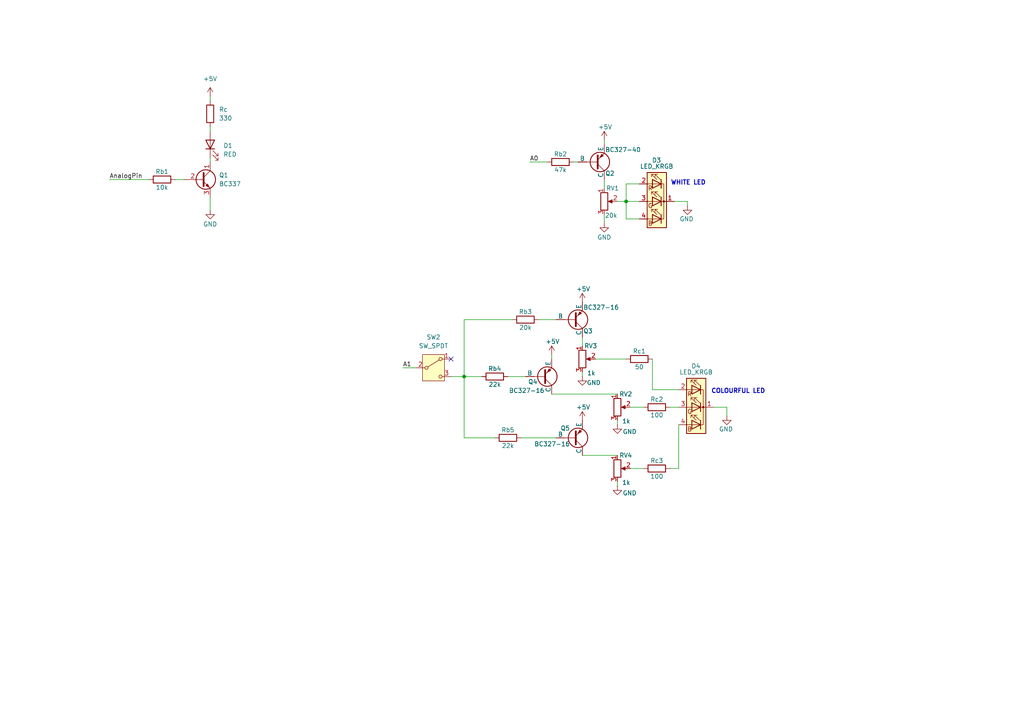
<source format=kicad_sch>
(kicad_sch (version 20231120) (generator "eeschema") (generator_version "8.0")
  (paper "A4")
  (lib_symbols
    (symbol "Device:LED" (pin_numbers hide) (pin_names (offset 1.016) hide)
      (property "Reference" "D" (at 0 2.54 0))
      (property "Value" "LED" (at 0 -2.54 0))
      (symbol "LED_0_1"
        (polyline (pts (xy -1.27 -1.27) (xy -1.27 1.27)) (stroke (width 0.254)))
        (polyline (pts (xy -1.27 0) (xy 1.27 0)))
        (polyline (pts (xy 1.27 -1.27) (xy 1.27 1.27) (xy -1.27 0) (xy 1.27 -1.27)) (stroke (width 0.254)))
        (polyline (pts (xy -3.048 -0.762) (xy -4.572 -2.286) (xy -3.81 -2.286) (xy -4.572 -2.286) (xy -4.572 -1.524)))
        (polyline (pts (xy -1.778 -0.762) (xy -3.302 -2.286) (xy -2.54 -2.286) (xy -3.302 -2.286) (xy -3.302 -1.524)))
      )
      (symbol "LED_1_1"
        (pin passive line (at -3.81 0 0) (length 2.54) (name "K") (number "1"))
        (pin passive line (at 3.81 0 180) (length 2.54) (name "A") (number "2"))
      )
    )
    (symbol "Device:LED_KRGB" (pin_names (offset 0) hide)
      (property "Reference" "D" (at 0 9.398 0))
      (property "Value" "LED_KRGB" (at 0 -8.89 0))
      (symbol "LED_KRGB_0_0"
        (text "B" (at 1.905 -6.35 0) (effects (font (size 1.27 1.27))))
        (text "G" (at 1.905 -1.27 0) (effects (font (size 1.27 1.27))))
        (text "R" (at 1.905 3.81 0) (effects (font (size 1.27 1.27))))
      )
      (symbol "LED_KRGB_0_1"
        (circle (center -2.032 0) (radius 0.254) (fill (type outline)))
        (polyline (pts (xy -1.27 -5.08) (xy 1.27 -5.08)))
        (polyline (pts (xy -1.27 -3.81) (xy -1.27 -6.35)) (stroke (width 0.254)))
        (polyline (pts (xy -1.27 0) (xy -2.54 0)))
        (polyline (pts (xy -1.27 1.27) (xy -1.27 -1.27)) (stroke (width 0.254)))
        (polyline (pts (xy -1.27 5.08) (xy 1.27 5.08)))
        (polyline (pts (xy -1.27 6.35) (xy -1.27 3.81)) (stroke (width 0.254)))
        (polyline (pts (xy 1.27 -5.08) (xy 2.54 -5.08)))
        (polyline (pts (xy 1.27 0) (xy -1.27 0)))
        (polyline (pts (xy 1.27 0) (xy 2.54 0)))
        (polyline (pts (xy 1.27 5.08) (xy 2.54 5.08)))
        (polyline (pts (xy -1.27 1.27) (xy -1.27 -1.27) (xy -1.27 -1.27)))
        (polyline (pts (xy -1.27 6.35) (xy -1.27 3.81) (xy -1.27 3.81)))
        (polyline (pts (xy -1.27 5.08) (xy -2.032 5.08) (xy -2.032 -5.08) (xy -1.016 -5.08)))
        (polyline (pts (xy 1.27 -3.81) (xy 1.27 -6.35) (xy -1.27 -5.08) (xy 1.27 -3.81)) (stroke (width 0.254)))
        (polyline (pts (xy 1.27 1.27) (xy 1.27 -1.27) (xy -1.27 0) (xy 1.27 1.27)) (stroke (width 0.254)))
        (polyline (pts (xy 1.27 6.35) (xy 1.27 3.81) (xy -1.27 5.08) (xy 1.27 6.35)) (stroke (width 0.254)))
        (polyline (pts (xy -1.016 -3.81) (xy 0.508 -2.286) (xy -0.254 -2.286) (xy 0.508 -2.286) (xy 0.508 -3.048)))
        (polyline (pts (xy -1.016 1.27) (xy 0.508 2.794) (xy -0.254 2.794) (xy 0.508 2.794) (xy 0.508 2.032)))
        (polyline (pts (xy -1.016 6.35) (xy 0.508 7.874) (xy -0.254 7.874) (xy 0.508 7.874) (xy 0.508 7.112)))
        (polyline (pts (xy 0 -3.81) (xy 1.524 -2.286) (xy 0.762 -2.286) (xy 1.524 -2.286) (xy 1.524 -3.048)))
        (polyline (pts (xy 0 1.27) (xy 1.524 2.794) (xy 0.762 2.794) (xy 1.524 2.794) (xy 1.524 2.032)))
        (polyline (pts (xy 0 6.35) (xy 1.524 7.874) (xy 0.762 7.874) (xy 1.524 7.874) (xy 1.524 7.112)))
        (rectangle (start 1.27 -1.27) (end 1.27 1.27))
        (rectangle (start 1.27 1.27) (end 1.27 1.27))
        (rectangle (start 1.27 3.81) (end 1.27 6.35))
        (rectangle (start 1.27 6.35) (end 1.27 6.35))
        (rectangle (start 2.794 8.382) (end -2.794 -7.62) (stroke (width 0.254)) (fill (type background)))
      )
      (symbol "LED_KRGB_1_1"
        (pin passive line (at -5.08 0 0) (length 2.54) (name "K") (number "1"))
        (pin passive line (at 5.08 5.08 180) (length 2.54) (name "RA") (number "2"))
        (pin passive line (at 5.08 0 180) (length 2.54) (name "GA") (number "3"))
        (pin passive line (at 5.08 -5.08 180) (length 2.54) (name "BA") (number "4"))
      )
    )
    (symbol "Device:R" (pin_numbers hide) (pin_names (offset 0))
      (property "Reference" "R" (at 2.032 0 90))
      (property "Value" "R" (at 0 0 90))
      (symbol "R_0_1"
        (rectangle (start -1.016 -2.54) (end 1.016 2.54) (stroke (width 0.254)))
      )
      (symbol "R_1_1"
        (pin passive line (at 0 3.81 270) (length 1.27) (name "~") (number "1"))
        (pin passive line (at 0 -3.81 90) (length 1.27) (name "~") (number "2"))
      )
    )
    (symbol "Device:R_Potentiometer" (pin_names (offset 1.016) hide)
      (property "Reference" "RV" (at -4.445 0 90))
      (property "Value" "R_Potentiometer" (at -2.54 0 90))
      (symbol "R_Potentiometer_0_1"
        (polyline (pts (xy 2.54 0) (xy 1.524 0)))
        (polyline (pts (xy 1.143 0) (xy 2.286 0.508) (xy 2.286 -0.508) (xy 1.143 0)) (fill (type outline)))
        (rectangle (start 1.016 2.54) (end -1.016 -2.54) (stroke (width 0.254)))
      )
      (symbol "R_Potentiometer_1_1"
        (pin passive line (at 0 3.81 270) (length 1.27) (name "1") (number "1"))
        (pin passive line (at 3.81 0 180) (length 1.27) (name "2") (number "2"))
        (pin passive line (at 0 -3.81 90) (length 1.27) (name "3") (number "3"))
      )
    )
    (symbol "Simulation_SPICE:PNP" (pin_numbers hide) (pin_names (offset 0))
      (property "Reference" "Q" (at -2.54 7.62 0))
      (property "Value" "PNP" (at -2.54 5.08 0))
      (symbol "PNP_0_1"
        (polyline (pts (xy -2.54 0) (xy 0.635 0)) (stroke (width 0.1524)))
        (polyline (pts (xy 0.635 0.635) (xy 2.54 2.54)))
        (polyline (pts (xy 0.635 -0.635) (xy 2.54 -2.54) (xy 2.54 -2.54)))
        (polyline (pts (xy 0.635 1.905) (xy 0.635 -1.905) (xy 0.635 -1.905)) (stroke (width 0.508)))
        (polyline (pts (xy 2.286 -1.778) (xy 1.778 -2.286) (xy 1.27 -1.27) (xy 2.286 -1.778) (xy 2.286 -1.778)) (fill (type outline)))
        (circle (center 1.27 0) (radius 2.8194) (stroke (width 0.254)))
      )
      (symbol "PNP_1_1"
        (pin open_collector line (at 2.54 5.08 270) (length 2.54) (name "C") (number "1"))
        (pin input line (at -5.08 0 0) (length 2.54) (name "B") (number "2"))
        (pin open_emitter line (at 2.54 -5.08 90) (length 2.54) (name "E") (number "3"))
      )
    )
    (symbol "Switch:SW_SPDT" (pin_names (offset 0) hide)
      (property "Reference" "SW" (at 0 5.08 0))
      (property "Value" "SW_SPDT" (at 0 -5.08 0))
      (symbol "SW_SPDT_0_1"
        (circle (center -2.032 0) (radius 0.4572))
        (polyline (pts (xy -1.651 0.254) (xy 1.651 2.286)))
        (circle (center 2.032 -2.54) (radius 0.4572))
        (circle (center 2.032 2.54) (radius 0.4572))
      )
      (symbol "SW_SPDT_1_1"
        (rectangle (start -3.175 3.81) (end 3.175 -3.81) (fill (type background)))
        (pin passive line (at 5.08 2.54 180) (length 2.54) (name "A") (number "1"))
        (pin passive line (at -5.08 0 0) (length 2.54) (name "B") (number "2"))
        (pin passive line (at 5.08 -2.54 180) (length 2.54) (name "C") (number "3"))
      )
    )
    (symbol "Transistor_BJT:BC337" (pin_names (offset 0) hide)
      (property "Reference" "Q" (at 5.08 1.905 0))
      (property "Value" "BC337" (at 5.08 0 0))
      (symbol "BC337_0_1"
        (polyline (pts (xy 0 0) (xy 0.635 0)))
        (polyline (pts (xy 0.635 0.635) (xy 2.54 2.54)))
        (polyline (pts (xy 0.635 -0.635) (xy 2.54 -2.54) (xy 2.54 -2.54)))
        (polyline (pts (xy 0.635 1.905) (xy 0.635 -1.905) (xy 0.635 -1.905)) (stroke (width 0.508)))
        (polyline (pts (xy 1.27 -1.778) (xy 1.778 -1.27) (xy 2.286 -2.286) (xy 1.27 -1.778) (xy 1.27 -1.778)) (fill (type outline)))
        (circle (center 1.27 0) (radius 2.8194) (stroke (width 0.254)))
      )
      (symbol "BC337_1_1"
        (pin passive line (at 2.54 5.08 270) (length 2.54) (name "C") (number "1"))
        (pin input line (at -5.08 0 0) (length 5.08) (name "B") (number "2"))
        (pin passive line (at 2.54 -5.08 90) (length 2.54) (name "E") (number "3"))
      )
    )
    (symbol "power:+5V" (power) (pin_numbers hide) (pin_names (offset 0) hide)
      (property "Value" "+5V" (at 0 3.556 0))
      (symbol "+5V_0_1"
        (polyline (pts (xy -0.762 1.27) (xy 0 2.54)))
        (polyline (pts (xy 0 0) (xy 0 2.54)))
        (polyline (pts (xy 0 2.54) (xy 0.762 1.27)))
      )
      (symbol "+5V_1_1"
        (pin power_in line (at 0 0 90) (length 0) (name "~") (number "1"))
      )
    )
    (symbol "power:GND" (power) (pin_numbers hide) (pin_names (offset 0) hide)
      (property "Value" "GND" (at 0 -3.81 0))
      (symbol "GND_0_1"
        (polyline (pts (xy 0 0) (xy 0 -1.27) (xy 1.27 -1.27) (xy 0 -2.54) (xy -1.27 -1.27) (xy 0 -1.27)))
      )
      (symbol "GND_1_1"
        (pin power_in line (at 0 0 270) (length 0) (name "~") (number "1"))
      )
    )
  )
  (junction (at 181.61 58.42))
  (junction (at 134.62 109.22))
  (no_connect (at 130.81 104.14))
  (wire (pts (xy 179.07 58.42) (xy 181.61 58.42)))
  (wire (pts (xy 143.51 127) (xy 134.62 127)))
  (wire (pts (xy 199.39 58.42) (xy 199.39 59.69)))
  (wire (pts (xy 168.91 97.79) (xy 168.91 100.33)))
  (wire (pts (xy 210.82 118.11) (xy 210.82 120.65)))
  (wire (pts (xy 161.29 127) (xy 151.13 127)))
  (wire (pts (xy 60.96 45.72) (xy 60.96 46.99)))
  (wire (pts (xy 60.96 27.94) (xy 60.96 29.21)))
  (wire (pts (xy 179.07 139.7) (xy 179.07 140.97)))
  (wire (pts (xy 195.58 58.42) (xy 199.39 58.42)))
  (wire (pts (xy 166.37 46.99) (xy 167.64 46.99)))
  (wire (pts (xy 189.23 104.14) (xy 189.23 113.03)))
  (wire (pts (xy 130.81 109.22) (xy 134.62 109.22)))
  (wire (pts (xy 181.61 63.5) (xy 181.61 58.42)))
  (wire (pts (xy 181.61 53.34) (xy 181.61 58.42)))
  (wire (pts (xy 134.62 92.71) (xy 134.62 109.22)))
  (wire (pts (xy 116.84 106.68) (xy 120.65 106.68)))
  (wire (pts (xy 160.02 114.3) (xy 179.07 114.3)))
  (wire (pts (xy 185.42 58.42) (xy 181.61 58.42)))
  (wire (pts (xy 182.88 118.11) (xy 186.69 118.11)))
  (wire (pts (xy 160.02 104.14) (xy 160.02 102.87)))
  (wire (pts (xy 134.62 109.22) (xy 134.62 127)))
  (wire (pts (xy 60.96 36.83) (xy 60.96 38.1)))
  (wire (pts (xy 60.96 57.15) (xy 60.96 60.96)))
  (wire (pts (xy 153.67 46.99) (xy 158.75 46.99)))
  (wire (pts (xy 50.8 52.07) (xy 53.34 52.07)))
  (wire (pts (xy 156.21 92.71) (xy 161.29 92.71)))
  (wire (pts (xy 172.72 104.14) (xy 181.61 104.14)))
  (wire (pts (xy 134.62 109.22) (xy 139.7 109.22)))
  (wire (pts (xy 175.26 62.23) (xy 175.26 64.77)))
  (wire (pts (xy 185.42 63.5) (xy 181.61 63.5)))
  (wire (pts (xy 147.32 109.22) (xy 152.4 109.22)))
  (wire (pts (xy 168.91 107.95) (xy 168.91 109.22)))
  (wire (pts (xy 168.91 132.08) (xy 179.07 132.08)))
  (wire (pts (xy 43.18 52.07) (xy 31.75 52.07)))
  (wire (pts (xy 194.31 118.11) (xy 196.85 118.11)))
  (wire (pts (xy 134.62 92.71) (xy 148.59 92.71)))
  (wire (pts (xy 185.42 53.34) (xy 181.61 53.34)))
  (wire (pts (xy 175.26 40.64) (xy 175.26 41.91)))
  (wire (pts (xy 182.88 135.89) (xy 186.69 135.89)))
  (wire (pts (xy 175.26 52.07) (xy 175.26 54.61)))
  (wire (pts (xy 196.85 123.19) (xy 196.85 135.89)))
  (wire (pts (xy 179.07 121.92) (xy 179.07 123.19)))
  (wire (pts (xy 194.31 135.89) (xy 196.85 135.89)))
  (wire (pts (xy 189.23 113.03) (xy 196.85 113.03)))
  (wire (pts (xy 207.01 118.11) (xy 210.82 118.11)))
  (text "WHITE LED" (at 199.644 53.086 0) (effects (font (size 1.27 1.27) (thickness 0.254) (bold yes))))
  (text "COLOURFUL LED" (at 214.122 113.538 0) (effects (font (size 1.27 1.27) (thickness 0.254) (bold yes))))
  (label "A0" (at 153.67 46.99 0))
  (label "A1" (at 116.84 106.68 0))
  (label "AnalogPin" (at 31.75 52.07 0))
  (symbol (lib_id "Device:R") (at 190.5 135.89 90) (unit 1)
    (property "Reference" "Rc3" (at 190.5 133.604 90))
    (property "Value" "100" (at 190.5 138.176 90))
    (property "Description" "Resistor" (effects (hide yes)))
  )
  (symbol (lib_id "Device:R") (at 147.32 127 90) (unit 1)
    (property "Reference" "Rb5" (at 147.32 124.714 90))
    (property "Value" "22k" (at 147.32 129.286 90))
    (property "Description" "Resistor" (effects (hide yes)))
  )
  (symbol (lib_id "Device:LED_KRGB") (at 190.5 58.42 0) (mirror y) (unit 1)
    (property "Reference" "D3" (at 191.77 46.482 0) (effects (justify left)))
    (property "Value" "LED_KRGB" (at 195.326 48.26 0) (effects (justify left)))
    (property "Description" "RGB LED, cathode/red/green/blue" (effects (hide yes)))
  )
  (symbol (lib_id "Device:LED") (at 60.96 41.91 90) (unit 1)
    (property "Reference" "D1" (at 64.77 42.2274 90) (effects (justify right)))
    (property "Value" "RED" (at 64.77 44.7674 90) (effects (justify right)))
    (property "Description" "Light emitting diode" (effects (hide yes)))
  )
  (symbol (lib_id "Device:R") (at 143.51 109.22 90) (unit 1)
    (property "Reference" "Rb4" (at 143.51 106.934 90))
    (property "Value" "22k" (at 143.51 111.506 90))
    (property "Description" "Resistor" (effects (hide yes)))
  )
  (symbol (lib_id "power:GND") (at 60.96 60.96 0) (unit 1)
    (property "Reference" "#PWR01" (effects (hide yes)))
    (property "Value" "GND" (at 60.96 65.024 0))
    (property "Description" "Power symbol creates a global label with name \"GND\" , ground" (effects (hide yes)))
  )
  (symbol (lib_id "Simulation_SPICE:PNP") (at 166.37 127 0) (mirror x) (unit 1)
    (property "Reference" "Q5" (at 162.56 124.206 0) (effects (justify left)))
    (property "Value" "BC327-16" (at 154.94 128.778 0) (effects (justify left)))
    (property "Datasheet" "https://ngspice.sourceforge.io/docs/ngspice-html-manual/manual.xhtml#cha_BJTs" (effects (hide yes)))
    (property "Description" "Bipolar transistor symbol for simulation only, substrate tied to the emitter" (effects (hide yes)))
    (property "Sim.Device" "PNP" (effects (hide yes)))
    (property "Sim.Type" "GUMMELPOON" (effects (hide yes)))
    (property "Sim.Pins" "1=C 2=B 3=E" (effects (hide yes)))
  )
  (symbol (lib_id "Transistor_BJT:BC337") (at 58.42 52.07 0) (unit 1)
    (property "Reference" "Q1" (at 63.5 50.7999 0) (effects (justify left)))
    (property "Value" "BC337" (at 63.5 53.3399 0) (effects (justify left)))
    (property "Footprint" "Package_TO_SOT_THT:TO-92_Inline" (effects (hide yes)))
    (property "Datasheet" "https://diotec.com/tl_files/diotec/files/pdf/datasheets/bc337.pdf" (effects (hide yes)))
    (property "Description" "0.8A Ic, 45V Vce, NPN Transistor, TO-92" (effects (hide yes)))
  )
  (symbol (lib_id "power:+5V") (at 160.02 102.87 0) (unit 1)
    (property "Reference" "#PWR05" (effects (hide yes)))
    (property "Value" "+5V" (at 160.274 99.06 0))
    (property "Description" "Power symbol creates a global label with name \"+5V\"" (effects (hide yes)))
  )
  (symbol (lib_id "Device:R") (at 152.4 92.71 90) (unit 1)
    (property "Reference" "Rb3" (at 152.4 90.424 90))
    (property "Value" "20k" (at 152.4 94.996 90))
    (property "Description" "Resistor" (effects (hide yes)))
  )
  (symbol (lib_id "Device:R") (at 162.56 46.99 90) (unit 1)
    (property "Reference" "Rb2" (at 162.56 44.704 90))
    (property "Value" "47k" (at 162.56 49.276 90))
    (property "Description" "Resistor" (effects (hide yes)))
  )
  (symbol (lib_id "Simulation_SPICE:PNP") (at 157.48 109.22 0) (mirror x) (unit 1)
    (property "Reference" "Q4" (at 153.162 110.744 0) (effects (justify left)))
    (property "Value" "BC327-16" (at 147.574 113.284 0) (effects (justify left)))
    (property "Datasheet" "https://ngspice.sourceforge.io/docs/ngspice-html-manual/manual.xhtml#cha_BJTs" (effects (hide yes)))
    (property "Description" "Bipolar transistor symbol for simulation only, substrate tied to the emitter" (effects (hide yes)))
    (property "Sim.Device" "PNP" (effects (hide yes)))
    (property "Sim.Type" "GUMMELPOON" (effects (hide yes)))
    (property "Sim.Pins" "1=C 2=B 3=E" (effects (hide yes)))
  )
  (symbol (lib_id "Device:R") (at 190.5 118.11 90) (unit 1)
    (property "Reference" "Rc2" (at 190.5 115.824 90))
    (property "Value" "100" (at 190.5 120.396 90))
    (property "Description" "Resistor" (effects (hide yes)))
  )
  (symbol (lib_id "power:GND") (at 179.07 140.97 0) (unit 1)
    (property "Reference" "#PWR012" (effects (hide yes)))
    (property "Value" "GND" (at 182.626 143.002 0))
    (property "Description" "Power symbol creates a global label with name \"GND\" , ground" (effects (hide yes)))
  )
  (symbol (lib_id "power:GND") (at 179.07 123.19 0) (unit 1)
    (property "Reference" "#PWR09" (effects (hide yes)))
    (property "Value" "GND" (at 182.626 125.222 0))
    (property "Description" "Power symbol creates a global label with name \"GND\" , ground" (effects (hide yes)))
  )
  (symbol (lib_id "power:GND") (at 175.26 64.77 0) (unit 1)
    (property "Reference" "#PWR06" (effects (hide yes)))
    (property "Value" "GND" (at 175.26 68.834 0))
    (property "Description" "Power symbol creates a global label with name \"GND\" , ground" (effects (hide yes)))
  )
  (symbol (lib_id "power:+5V") (at 168.91 87.63 0) (unit 1)
    (property "Reference" "#PWR011" (effects (hide yes)))
    (property "Value" "+5V" (at 169.164 83.82 0))
    (property "Description" "Power symbol creates a global label with name \"+5V\"" (effects (hide yes)))
  )
  (symbol (lib_id "Device:R_Potentiometer") (at 175.26 58.42 0) (unit 1)
    (property "Reference" "RV1" (at 179.578 54.61 0) (effects (justify right)))
    (property "Value" "20k" (at 179.07 62.484 0) (effects (justify right)))
    (property "Description" "Potentiometer" (effects (hide yes)))
  )
  (symbol (lib_id "Switch:SW_SPDT") (at 125.73 106.68 0) (unit 1)
    (property "Reference" "SW2" (at 125.73 97.79 0))
    (property "Value" "SW_SPDT" (at 125.73 100.33 0))
    (property "Description" "Switch, single pole double throw" (effects (hide yes)))
  )
  (symbol (lib_id "power:+5V") (at 175.26 40.64 0) (unit 1)
    (property "Reference" "#PWR04" (effects (hide yes)))
    (property "Value" "+5V" (at 175.514 36.83 0))
    (property "Description" "Power symbol creates a global label with name \"+5V\"" (effects (hide yes)))
  )
  (symbol (lib_id "Device:R_Potentiometer") (at 179.07 135.89 0) (unit 1)
    (property "Reference" "RV4" (at 183.388 132.08 0) (effects (justify right)))
    (property "Value" "1k" (at 182.88 139.954 0) (effects (justify right)))
    (property "Description" "Potentiometer" (effects (hide yes)))
  )
  (symbol (lib_id "power:GND") (at 210.82 120.65 0) (unit 1)
    (property "Reference" "#PWR010" (effects (hide yes)))
    (property "Value" "GND" (at 210.566 124.46 0))
    (property "Description" "Power symbol creates a global label with name \"GND\" , ground" (effects (hide yes)))
  )
  (symbol (lib_id "power:+5V") (at 168.91 121.92 0) (unit 1)
    (property "Reference" "#PWR07" (effects (hide yes)))
    (property "Value" "+5V" (at 169.164 118.11 0))
    (property "Description" "Power symbol creates a global label with name \"+5V\"" (effects (hide yes)))
  )
  (symbol (lib_id "power:GND") (at 168.91 109.22 0) (unit 1)
    (property "Reference" "#PWR08" (effects (hide yes)))
    (property "Value" "GND" (at 172.212 110.998 0))
    (property "Description" "Power symbol creates a global label with name \"GND\" , ground" (effects (hide yes)))
  )
  (symbol (lib_id "Device:R_Potentiometer") (at 168.91 104.14 0) (unit 1)
    (property "Reference" "RV3" (at 173.228 100.33 0) (effects (justify right)))
    (property "Value" "1k" (at 172.72 108.204 0) (effects (justify right)))
    (property "Description" "Potentiometer" (effects (hide yes)))
  )
  (symbol (lib_id "Device:R") (at 185.42 104.14 90) (unit 1)
    (property "Reference" "Rc1" (at 185.42 101.854 90))
    (property "Value" "50" (at 185.42 106.426 90))
    (property "Description" "Resistor" (effects (hide yes)))
  )
  (symbol (lib_id "Device:R_Potentiometer") (at 179.07 118.11 0) (unit 1)
    (property "Reference" "RV2" (at 183.388 114.3 0) (effects (justify right)))
    (property "Value" "1k" (at 182.88 122.174 0) (effects (justify right)))
    (property "Description" "Potentiometer" (effects (hide yes)))
  )
  (symbol (lib_id "Simulation_SPICE:PNP") (at 166.37 92.71 0) (mirror x) (unit 1)
    (property "Reference" "Q3" (at 169.164 96.012 0) (effects (justify left)))
    (property "Value" "BC327-16" (at 169.164 89.154 0) (effects (justify left)))
    (property "Datasheet" "https://ngspice.sourceforge.io/docs/ngspice-html-manual/manual.xhtml#cha_BJTs" (effects (hide yes)))
    (property "Description" "Bipolar transistor symbol for simulation only, substrate tied to the emitter" (effects (hide yes)))
    (property "Sim.Device" "PNP" (effects (hide yes)))
    (property "Sim.Type" "GUMMELPOON" (effects (hide yes)))
    (property "Sim.Pins" "1=C 2=B 3=E" (effects (hide yes)))
  )
  (symbol (lib_id "power:+5V") (at 60.96 27.94 0) (unit 1)
    (property "Reference" "#PWR02" (effects (hide yes)))
    (property "Value" "+5V" (at 60.96 22.86 0))
    (property "Description" "Power symbol creates a global label with name \"+5V\"" (effects (hide yes)))
  )
  (symbol (lib_id "Simulation_SPICE:PNP") (at 172.72 46.99 0) (mirror x) (unit 1)
    (property "Reference" "Q2" (at 175.514 50.292 0) (effects (justify left)))
    (property "Value" "BC327-40" (at 175.514 43.434 0) (effects (justify left)))
    (property "Datasheet" "https://ngspice.sourceforge.io/docs/ngspice-html-manual/manual.xhtml#cha_BJTs" (effects (hide yes)))
    (property "Description" "Bipolar transistor symbol for simulation only, substrate tied to the emitter" (effects (hide yes)))
    (property "Sim.Device" "PNP" (effects (hide yes)))
    (property "Sim.Type" "GUMMELPOON" (effects (hide yes)))
    (property "Sim.Pins" "1=C 2=B 3=E" (effects (hide yes)))
  )
  (symbol (lib_id "Device:R") (at 60.96 33.02 180) (unit 1)
    (property "Reference" "Rc" (at 63.5 31.7499 0) (effects (justify right)))
    (property "Value" "330" (at 63.5 34.2899 0) (effects (justify right)))
    (property "Description" "Resistor" (effects (hide yes)))
  )
  (symbol (lib_id "power:GND") (at 199.39 59.69 0) (unit 1)
    (property "Reference" "#PWR03" (effects (hide yes)))
    (property "Value" "GND" (at 199.136 63.5 0))
    (property "Description" "Power symbol creates a global label with name \"GND\" , ground" (effects (hide yes)))
  )
  (symbol (lib_id "Device:LED_KRGB") (at 201.93 118.11 0) (mirror y) (unit 1)
    (property "Reference" "D4" (at 203.2 106.172 0) (effects (justify left)))
    (property "Value" "LED_KRGB" (at 206.756 107.95 0) (effects (justify left)))
    (property "Description" "RGB LED, cathode/red/green/blue" (effects (hide yes)))
  )
  (symbol (lib_id "Device:R") (at 46.99 52.07 90) (unit 1)
    (property "Reference" "Rb1" (at 46.99 49.784 90))
    (property "Value" "10k" (at 46.99 54.356 90))
    (property "Description" "Resistor" (effects (hide yes)))
  )
)
</source>
